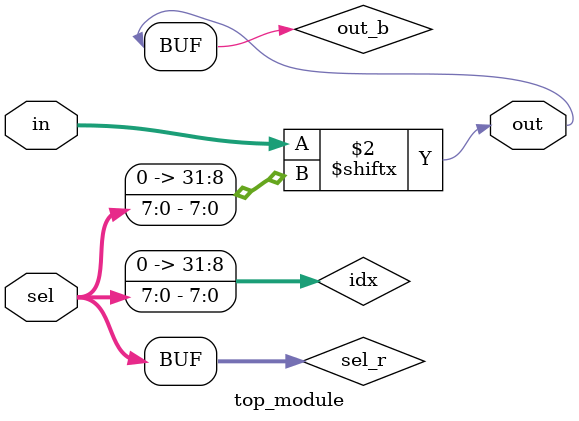
<source format=v>
module top_module( 
    input [255:0] in,
    input [7:0] sel,
    output out );

integer idx;
reg[7:0] sel_r;
reg out_b;
always @(*) begin
    sel_r = sel;
    idx = sel_r;
    out_b = in[idx];
end

assign out = out_b;


endmodule

</source>
